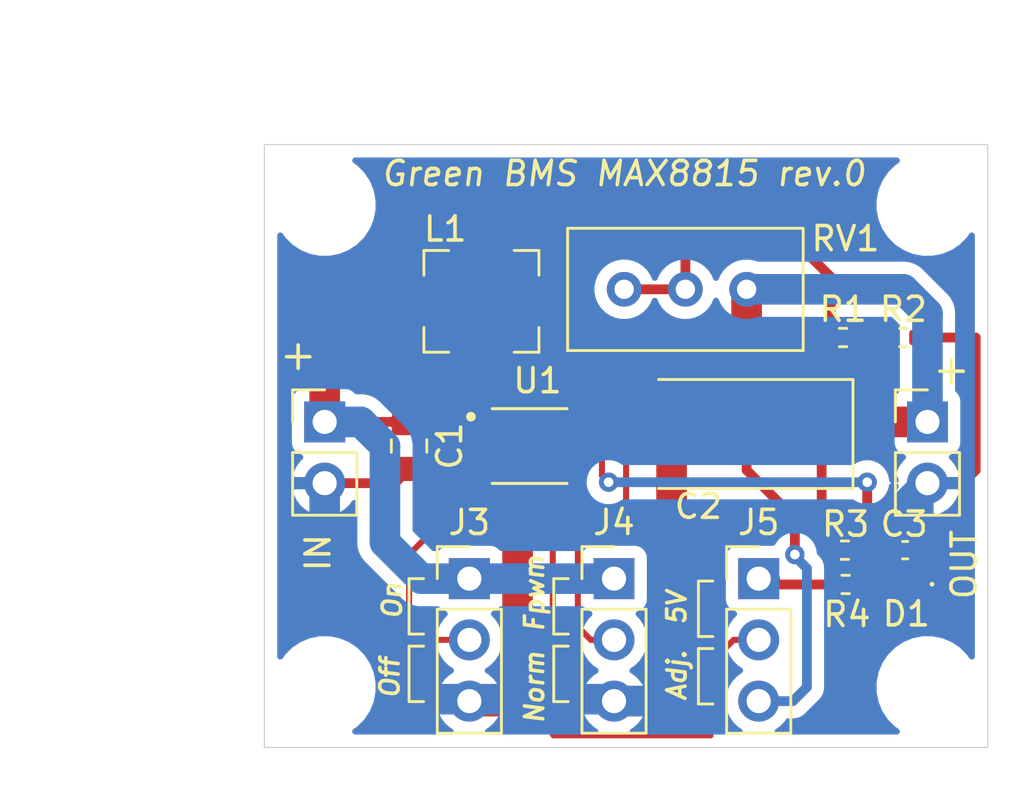
<source format=kicad_pcb>
(kicad_pcb (version 20171130) (host pcbnew "(5.1.9)-1")

  (general
    (thickness 1.6)
    (drawings 33)
    (tracks 124)
    (zones 0)
    (modules 20)
    (nets 12)
  )

  (page A4)
  (layers
    (0 F.Cu signal)
    (31 B.Cu signal)
    (32 B.Adhes user)
    (33 F.Adhes user)
    (34 B.Paste user)
    (35 F.Paste user)
    (36 B.SilkS user)
    (37 F.SilkS user)
    (38 B.Mask user)
    (39 F.Mask user)
    (40 Dwgs.User user)
    (41 Cmts.User user)
    (42 Eco1.User user)
    (43 Eco2.User user)
    (44 Edge.Cuts user)
    (45 Margin user)
    (46 B.CrtYd user)
    (47 F.CrtYd user)
    (48 B.Fab user)
    (49 F.Fab user hide)
  )

  (setup
    (last_trace_width 0.25)
    (user_trace_width 0.4064)
    (user_trace_width 1)
    (user_trace_width 1.27)
    (user_trace_width 1.905)
    (trace_clearance 0.2)
    (zone_clearance 0.508)
    (zone_45_only no)
    (trace_min 0.2)
    (via_size 0.8)
    (via_drill 0.4)
    (via_min_size 0.4)
    (via_min_drill 0.3)
    (uvia_size 0.3)
    (uvia_drill 0.1)
    (uvias_allowed no)
    (uvia_min_size 0.2)
    (uvia_min_drill 0.1)
    (edge_width 0.05)
    (segment_width 0.2)
    (pcb_text_width 0.3)
    (pcb_text_size 1.5 1.5)
    (mod_edge_width 0.12)
    (mod_text_size 1 1)
    (mod_text_width 0.15)
    (pad_size 1.524 1.524)
    (pad_drill 0.762)
    (pad_to_mask_clearance 0)
    (aux_axis_origin 0 0)
    (visible_elements 7FFFFFFF)
    (pcbplotparams
      (layerselection 0x010fc_ffffffff)
      (usegerberextensions false)
      (usegerberattributes true)
      (usegerberadvancedattributes true)
      (creategerberjobfile true)
      (excludeedgelayer true)
      (linewidth 0.100000)
      (plotframeref false)
      (viasonmask false)
      (mode 1)
      (useauxorigin false)
      (hpglpennumber 1)
      (hpglpenspeed 20)
      (hpglpendiameter 15.000000)
      (psnegative false)
      (psa4output false)
      (plotreference true)
      (plotvalue true)
      (plotinvisibletext false)
      (padsonsilk false)
      (subtractmaskfromsilk false)
      (outputformat 1)
      (mirror false)
      (drillshape 0)
      (scaleselection 1)
      (outputdirectory "pick and place/"))
  )

  (net 0 "")
  (net 1 GND)
  (net 2 "Net-(C3-Pad1)")
  (net 3 /Batt)
  (net 4 /out)
  (net 5 "Net-(J3-Pad2)")
  (net 6 "Net-(J4-Pad2)")
  (net 7 "Net-(J5-Pad3)")
  (net 8 /FB)
  (net 9 "Net-(L1-Pad1)")
  (net 10 "Net-(R1-Pad1)")
  (net 11 "Net-(D1-Pad2)")

  (net_class Default "This is the default net class."
    (clearance 0.2)
    (trace_width 0.25)
    (via_dia 0.8)
    (via_drill 0.4)
    (uvia_dia 0.3)
    (uvia_drill 0.1)
    (add_net /Batt)
    (add_net /FB)
    (add_net /out)
    (add_net GND)
    (add_net "Net-(C3-Pad1)")
    (add_net "Net-(D1-Pad2)")
    (add_net "Net-(J3-Pad2)")
    (add_net "Net-(J4-Pad2)")
    (add_net "Net-(J5-Pad3)")
    (add_net "Net-(L1-Pad1)")
    (add_net "Net-(R1-Pad1)")
  )

  (module Resistor_SMD:R_0402_1005Metric (layer F.Cu) (tedit 5F68FEEE) (tstamp 61AECECC)
    (at 136.1059 112.2426)
    (descr "Resistor SMD 0402 (1005 Metric), square (rectangular) end terminal, IPC_7351 nominal, (Body size source: IPC-SM-782 page 72, https://www.pcb-3d.com/wordpress/wp-content/uploads/ipc-sm-782a_amendment_1_and_2.pdf), generated with kicad-footprint-generator")
    (tags resistor)
    (path /61AF425A)
    (attr smd)
    (fp_text reference R4 (at 0.0508 1.2446) (layer F.SilkS)
      (effects (font (size 1 1) (thickness 0.15)))
    )
    (fp_text value 330 (at 0 1.17) (layer F.Fab)
      (effects (font (size 1 1) (thickness 0.15)))
    )
    (fp_line (start -0.525 0.27) (end -0.525 -0.27) (layer F.Fab) (width 0.1))
    (fp_line (start -0.525 -0.27) (end 0.525 -0.27) (layer F.Fab) (width 0.1))
    (fp_line (start 0.525 -0.27) (end 0.525 0.27) (layer F.Fab) (width 0.1))
    (fp_line (start 0.525 0.27) (end -0.525 0.27) (layer F.Fab) (width 0.1))
    (fp_line (start -0.153641 -0.38) (end 0.153641 -0.38) (layer F.SilkS) (width 0.12))
    (fp_line (start -0.153641 0.38) (end 0.153641 0.38) (layer F.SilkS) (width 0.12))
    (fp_line (start -0.93 0.47) (end -0.93 -0.47) (layer F.CrtYd) (width 0.05))
    (fp_line (start -0.93 -0.47) (end 0.93 -0.47) (layer F.CrtYd) (width 0.05))
    (fp_line (start 0.93 -0.47) (end 0.93 0.47) (layer F.CrtYd) (width 0.05))
    (fp_line (start 0.93 0.47) (end -0.93 0.47) (layer F.CrtYd) (width 0.05))
    (fp_text user %R (at 0 0) (layer F.Fab)
      (effects (font (size 0.26 0.26) (thickness 0.04)))
    )
    (pad 2 smd roundrect (at 0.51 0) (size 0.54 0.64) (layers F.Cu F.Paste F.Mask) (roundrect_rratio 0.25)
      (net 11 "Net-(D1-Pad2)"))
    (pad 1 smd roundrect (at -0.51 0) (size 0.54 0.64) (layers F.Cu F.Paste F.Mask) (roundrect_rratio 0.25)
      (net 4 /out))
    (model ${KISYS3DMOD}/Resistor_SMD.3dshapes/R_0402_1005Metric.wrl
      (at (xyz 0 0 0))
      (scale (xyz 1 1 1))
      (rotate (xyz 0 0 0))
    )
  )

  (module LED_SMD:LED_0402_1005Metric (layer F.Cu) (tedit 5F68FEF1) (tstamp 61AECD49)
    (at 138.5951 112.2299 180)
    (descr "LED SMD 0402 (1005 Metric), square (rectangular) end terminal, IPC_7351 nominal, (Body size source: http://www.tortai-tech.com/upload/download/2011102023233369053.pdf), generated with kicad-footprint-generator")
    (tags LED)
    (path /61AF191D)
    (attr smd)
    (fp_text reference D1 (at -0.0254 -1.2319) (layer F.SilkS)
      (effects (font (size 1 1) (thickness 0.15)))
    )
    (fp_text value LED (at 0 1.17) (layer F.Fab)
      (effects (font (size 1 1) (thickness 0.15)))
    )
    (fp_circle (center -1.09 0) (end -1.04 0) (layer F.SilkS) (width 0.1))
    (fp_line (start -0.5 0.25) (end -0.5 -0.25) (layer F.Fab) (width 0.1))
    (fp_line (start -0.5 -0.25) (end 0.5 -0.25) (layer F.Fab) (width 0.1))
    (fp_line (start 0.5 -0.25) (end 0.5 0.25) (layer F.Fab) (width 0.1))
    (fp_line (start 0.5 0.25) (end -0.5 0.25) (layer F.Fab) (width 0.1))
    (fp_line (start -0.4 0.25) (end -0.4 -0.25) (layer F.Fab) (width 0.1))
    (fp_line (start -0.3 0.25) (end -0.3 -0.25) (layer F.Fab) (width 0.1))
    (fp_line (start -0.93 0.47) (end -0.93 -0.47) (layer F.CrtYd) (width 0.05))
    (fp_line (start -0.93 -0.47) (end 0.93 -0.47) (layer F.CrtYd) (width 0.05))
    (fp_line (start 0.93 -0.47) (end 0.93 0.47) (layer F.CrtYd) (width 0.05))
    (fp_line (start 0.93 0.47) (end -0.93 0.47) (layer F.CrtYd) (width 0.05))
    (fp_text user %R (at 0 0) (layer F.Fab)
      (effects (font (size 0.25 0.25) (thickness 0.04)))
    )
    (pad 2 smd roundrect (at 0.485 0 180) (size 0.59 0.64) (layers F.Cu F.Paste F.Mask) (roundrect_rratio 0.25)
      (net 11 "Net-(D1-Pad2)"))
    (pad 1 smd roundrect (at -0.485 0 180) (size 0.59 0.64) (layers F.Cu F.Paste F.Mask) (roundrect_rratio 0.25)
      (net 1 GND))
    (model ${KISYS3DMOD}/LED_SMD.3dshapes/LED_0402_1005Metric.wrl
      (at (xyz 0 0 0))
      (scale (xyz 1 1 1))
      (rotate (xyz 0 0 0))
    )
  )

  (module MountingHole:MountingHole_3.2mm_M3 (layer F.Cu) (tedit 56D1B4CB) (tstamp 61AE9BD1)
    (at 139.5 116.5)
    (descr "Mounting Hole 3.2mm, no annular, M3")
    (tags "mounting hole 3.2mm no annular m3")
    (path /61AF3A6D)
    (attr virtual)
    (fp_text reference J9 (at 0 5) (layer F.SilkS) hide
      (effects (font (size 1 1) (thickness 0.15)))
    )
    (fp_text value Hole (at 0 4.2) (layer F.Fab)
      (effects (font (size 1 1) (thickness 0.15)))
    )
    (fp_circle (center 0 0) (end 3.2 0) (layer Cmts.User) (width 0.15))
    (fp_circle (center 0 0) (end 3.45 0) (layer F.CrtYd) (width 0.05))
    (fp_text user %R (at 0.3 0) (layer F.Fab)
      (effects (font (size 1 1) (thickness 0.15)))
    )
    (pad 1 np_thru_hole circle (at 0 0) (size 3.2 3.2) (drill 3.2) (layers *.Cu *.Mask))
  )

  (module MountingHole:MountingHole_3.2mm_M3 (layer F.Cu) (tedit 56D1B4CB) (tstamp 61AE9C13)
    (at 114.5 116.5)
    (descr "Mounting Hole 3.2mm, no annular, M3")
    (tags "mounting hole 3.2mm no annular m3")
    (path /61AF21E8)
    (attr virtual)
    (fp_text reference J8 (at 0 5) (layer F.SilkS) hide
      (effects (font (size 1 1) (thickness 0.15)))
    )
    (fp_text value Hole (at 0 4.2) (layer F.Fab)
      (effects (font (size 1 1) (thickness 0.15)))
    )
    (fp_circle (center 0 0) (end 3.2 0) (layer Cmts.User) (width 0.15))
    (fp_circle (center 0 0) (end 3.45 0) (layer F.CrtYd) (width 0.05))
    (fp_text user %R (at 0.3 0) (layer F.Fab)
      (effects (font (size 1 1) (thickness 0.15)))
    )
    (pad 1 np_thru_hole circle (at 0 0) (size 3.2 3.2) (drill 3.2) (layers *.Cu *.Mask))
  )

  (module MountingHole:MountingHole_3.2mm_M3 (layer F.Cu) (tedit 56D1B4CB) (tstamp 61AE99B5)
    (at 139.5 96.5)
    (descr "Mounting Hole 3.2mm, no annular, M3")
    (tags "mounting hole 3.2mm no annular m3")
    (path /61AF093B)
    (attr virtual)
    (fp_text reference J7 (at 0 -4.2) (layer F.SilkS) hide
      (effects (font (size 1 1) (thickness 0.15)))
    )
    (fp_text value Hole (at 0 4.2) (layer F.Fab)
      (effects (font (size 1 1) (thickness 0.15)))
    )
    (fp_circle (center 0 0) (end 3.2 0) (layer Cmts.User) (width 0.15))
    (fp_circle (center 0 0) (end 3.45 0) (layer F.CrtYd) (width 0.05))
    (fp_text user %R (at 0.3 0) (layer F.Fab)
      (effects (font (size 1 1) (thickness 0.15)))
    )
    (pad 1 np_thru_hole circle (at 0 0) (size 3.2 3.2) (drill 3.2) (layers *.Cu *.Mask))
  )

  (module MountingHole:MountingHole_3.2mm_M3 (layer F.Cu) (tedit 56D1B4CB) (tstamp 61AE9AED)
    (at 114.5 96.5)
    (descr "Mounting Hole 3.2mm, no annular, M3")
    (tags "mounting hole 3.2mm no annular m3")
    (path /61AEDA6F)
    (attr virtual)
    (fp_text reference J6 (at 0 -4.2) (layer F.SilkS) hide
      (effects (font (size 1 1) (thickness 0.15)))
    )
    (fp_text value Hole (at 0 4.2) (layer F.Fab)
      (effects (font (size 1 1) (thickness 0.15)))
    )
    (fp_circle (center 0 0) (end 3.2 0) (layer Cmts.User) (width 0.15))
    (fp_circle (center 0 0) (end 3.45 0) (layer F.CrtYd) (width 0.05))
    (fp_text user %R (at 0.3 0) (layer F.Fab)
      (effects (font (size 1 1) (thickness 0.15)))
    )
    (pad 1 np_thru_hole circle (at 0 0) (size 3.2 3.2) (drill 3.2) (layers *.Cu *.Mask))
  )

  (module Inductor_SMD:L_Bourns-SRN4018 (layer F.Cu) (tedit 5B471911) (tstamp 61AB9498)
    (at 121 100.5 180)
    (descr "Bourns SRN4018 series SMD inductor, https://www.bourns.com/docs/Product-Datasheets/SRN4018.pdf")
    (tags "Bourns SRN4018 SMD inductor")
    (path /61AD683D)
    (attr smd)
    (fp_text reference L1 (at 1.5 3) (layer F.SilkS)
      (effects (font (size 1 1) (thickness 0.15)))
    )
    (fp_text value 1.2uH (at 0 -3.1) (layer F.Fab)
      (effects (font (size 1 1) (thickness 0.15)))
    )
    (fp_line (start -2.53 -2.25) (end -2.53 2.25) (layer F.CrtYd) (width 0.05))
    (fp_line (start -2.53 2.25) (end 2.53 2.25) (layer F.CrtYd) (width 0.05))
    (fp_line (start 2.53 -2.25) (end 2.53 2.25) (layer F.CrtYd) (width 0.05))
    (fp_line (start -2.53 -2.25) (end 2.53 -2.25) (layer F.CrtYd) (width 0.05))
    (fp_line (start -2.385 2.11) (end -1.36 2.11) (layer F.SilkS) (width 0.12))
    (fp_line (start 2.385 2.11) (end 1.36 2.11) (layer F.SilkS) (width 0.12))
    (fp_line (start -2.385 2.11) (end -2.385 1.085) (layer F.SilkS) (width 0.12))
    (fp_line (start 2.385 2.11) (end 2.385 1.085) (layer F.SilkS) (width 0.12))
    (fp_line (start 2.385 -2.11) (end 2.385 -1.085) (layer F.SilkS) (width 0.12))
    (fp_line (start 2.385 -2.11) (end 1.36 -2.11) (layer F.SilkS) (width 0.12))
    (fp_line (start 2 -2) (end 2 2) (layer F.Fab) (width 0.1))
    (fp_line (start -2 -2) (end -2 2) (layer F.Fab) (width 0.1))
    (fp_line (start -2.385 -2.11) (end -1.36 -2.11) (layer F.SilkS) (width 0.12))
    (fp_line (start -2.385 -2.11) (end -2.385 -1.085) (layer F.SilkS) (width 0.12))
    (fp_line (start -2 -2) (end 2 -2) (layer F.Fab) (width 0.1))
    (fp_line (start 2 2) (end -2 2) (layer F.Fab) (width 0.1))
    (fp_text user %R (at 0 0) (layer F.Fab)
      (effects (font (size 1 1) (thickness 0.15)))
    )
    (pad 2 smd rect (at 1.525 0 180) (size 1.5 3.6) (layers F.Cu F.Paste F.Mask)
      (net 3 /Batt))
    (pad 1 smd rect (at -1.525 0 180) (size 1.5 3.6) (layers F.Cu F.Paste F.Mask)
      (net 9 "Net-(L1-Pad1)"))
    (model ${KISYS3DMOD}/Inductor_SMD.3dshapes/L_Bourns-SRN4018.wrl
      (at (xyz 0 0 0))
      (scale (xyz 1 1 1))
      (rotate (xyz 0 0 0))
    )
  )

  (module Resistor_SMD:R_0402_1005Metric (layer F.Cu) (tedit 5F68FEEE) (tstamp 61AB94A7)
    (at 136 102)
    (descr "Resistor SMD 0402 (1005 Metric), square (rectangular) end terminal, IPC_7351 nominal, (Body size source: IPC-SM-782 page 72, https://www.pcb-3d.com/wordpress/wp-content/uploads/ipc-sm-782a_amendment_1_and_2.pdf), generated with kicad-footprint-generator")
    (tags resistor)
    (path /61BEA54F)
    (attr smd)
    (fp_text reference R1 (at 0 -1.17) (layer F.SilkS)
      (effects (font (size 1 1) (thickness 0.15)))
    )
    (fp_text value 510k (at 0 1.17) (layer F.Fab)
      (effects (font (size 1 1) (thickness 0.15)))
    )
    (fp_line (start 0.93 0.47) (end -0.93 0.47) (layer F.CrtYd) (width 0.05))
    (fp_line (start 0.93 -0.47) (end 0.93 0.47) (layer F.CrtYd) (width 0.05))
    (fp_line (start -0.93 -0.47) (end 0.93 -0.47) (layer F.CrtYd) (width 0.05))
    (fp_line (start -0.93 0.47) (end -0.93 -0.47) (layer F.CrtYd) (width 0.05))
    (fp_line (start -0.153641 0.38) (end 0.153641 0.38) (layer F.SilkS) (width 0.12))
    (fp_line (start -0.153641 -0.38) (end 0.153641 -0.38) (layer F.SilkS) (width 0.12))
    (fp_line (start 0.525 0.27) (end -0.525 0.27) (layer F.Fab) (width 0.1))
    (fp_line (start 0.525 -0.27) (end 0.525 0.27) (layer F.Fab) (width 0.1))
    (fp_line (start -0.525 -0.27) (end 0.525 -0.27) (layer F.Fab) (width 0.1))
    (fp_line (start -0.525 0.27) (end -0.525 -0.27) (layer F.Fab) (width 0.1))
    (fp_text user %R (at 0 0) (layer F.Fab)
      (effects (font (size 0.26 0.26) (thickness 0.04)))
    )
    (pad 2 smd roundrect (at 0.51 0) (size 0.54 0.64) (layers F.Cu F.Paste F.Mask) (roundrect_rratio 0.25)
      (net 7 "Net-(J5-Pad3)"))
    (pad 1 smd roundrect (at -0.51 0) (size 0.54 0.64) (layers F.Cu F.Paste F.Mask) (roundrect_rratio 0.25)
      (net 10 "Net-(R1-Pad1)"))
    (model ${KISYS3DMOD}/Resistor_SMD.3dshapes/R_0402_1005Metric.wrl
      (at (xyz 0 0 0))
      (scale (xyz 1 1 1))
      (rotate (xyz 0 0 0))
    )
  )

  (module Connector_PinHeader_2.54mm:PinHeader_1x03_P2.54mm_Vertical (layer F.Cu) (tedit 59FED5CC) (tstamp 61AE9D94)
    (at 126.5 112)
    (descr "Through hole straight pin header, 1x03, 2.54mm pitch, single row")
    (tags "Through hole pin header THT 1x03 2.54mm single row")
    (path /61B2FBE4)
    (fp_text reference J4 (at 0 -2.33) (layer F.SilkS)
      (effects (font (size 1 1) (thickness 0.15)))
    )
    (fp_text value Mode (at 0 7.41) (layer F.Fab)
      (effects (font (size 1 1) (thickness 0.15)))
    )
    (fp_line (start 1.8 -1.8) (end -1.8 -1.8) (layer F.CrtYd) (width 0.05))
    (fp_line (start 1.8 6.85) (end 1.8 -1.8) (layer F.CrtYd) (width 0.05))
    (fp_line (start -1.8 6.85) (end 1.8 6.85) (layer F.CrtYd) (width 0.05))
    (fp_line (start -1.8 -1.8) (end -1.8 6.85) (layer F.CrtYd) (width 0.05))
    (fp_line (start -1.33 -1.33) (end 0 -1.33) (layer F.SilkS) (width 0.12))
    (fp_line (start -1.33 0) (end -1.33 -1.33) (layer F.SilkS) (width 0.12))
    (fp_line (start -1.33 1.27) (end 1.33 1.27) (layer F.SilkS) (width 0.12))
    (fp_line (start 1.33 1.27) (end 1.33 6.41) (layer F.SilkS) (width 0.12))
    (fp_line (start -1.33 1.27) (end -1.33 6.41) (layer F.SilkS) (width 0.12))
    (fp_line (start -1.33 6.41) (end 1.33 6.41) (layer F.SilkS) (width 0.12))
    (fp_line (start -1.27 -0.635) (end -0.635 -1.27) (layer F.Fab) (width 0.1))
    (fp_line (start -1.27 6.35) (end -1.27 -0.635) (layer F.Fab) (width 0.1))
    (fp_line (start 1.27 6.35) (end -1.27 6.35) (layer F.Fab) (width 0.1))
    (fp_line (start 1.27 -1.27) (end 1.27 6.35) (layer F.Fab) (width 0.1))
    (fp_line (start -0.635 -1.27) (end 1.27 -1.27) (layer F.Fab) (width 0.1))
    (fp_text user %R (at 0 2.54 90) (layer F.Fab)
      (effects (font (size 1 1) (thickness 0.15)))
    )
    (pad 3 thru_hole oval (at 0 5.08) (size 1.7 1.7) (drill 1) (layers *.Cu *.Mask)
      (net 1 GND))
    (pad 2 thru_hole oval (at 0 2.54) (size 1.7 1.7) (drill 1) (layers *.Cu *.Mask)
      (net 6 "Net-(J4-Pad2)"))
    (pad 1 thru_hole rect (at 0 0) (size 1.7 1.7) (drill 1) (layers *.Cu *.Mask)
      (net 3 /Batt))
    (model ${KISYS3DMOD}/Connector_PinHeader_2.54mm.3dshapes/PinHeader_1x03_P2.54mm_Vertical.wrl
      (at (xyz 0 0 0))
      (scale (xyz 1 1 1))
      (rotate (xyz 0 0 0))
    )
  )

  (module Connector_PinHeader_2.54mm:PinHeader_1x03_P2.54mm_Vertical (layer F.Cu) (tedit 59FED5CC) (tstamp 61AE9D52)
    (at 120.5 112)
    (descr "Through hole straight pin header, 1x03, 2.54mm pitch, single row")
    (tags "Through hole pin header THT 1x03 2.54mm single row")
    (path /61AFF2C6)
    (fp_text reference J3 (at 0 -2.33) (layer F.SilkS)
      (effects (font (size 1 1) (thickness 0.15)))
    )
    (fp_text value ON (at 0 7.41) (layer F.Fab)
      (effects (font (size 1 1) (thickness 0.15)))
    )
    (fp_line (start 1.8 -1.8) (end -1.8 -1.8) (layer F.CrtYd) (width 0.05))
    (fp_line (start 1.8 6.85) (end 1.8 -1.8) (layer F.CrtYd) (width 0.05))
    (fp_line (start -1.8 6.85) (end 1.8 6.85) (layer F.CrtYd) (width 0.05))
    (fp_line (start -1.8 -1.8) (end -1.8 6.85) (layer F.CrtYd) (width 0.05))
    (fp_line (start -1.33 -1.33) (end 0 -1.33) (layer F.SilkS) (width 0.12))
    (fp_line (start -1.33 0) (end -1.33 -1.33) (layer F.SilkS) (width 0.12))
    (fp_line (start -1.33 1.27) (end 1.33 1.27) (layer F.SilkS) (width 0.12))
    (fp_line (start 1.33 1.27) (end 1.33 6.41) (layer F.SilkS) (width 0.12))
    (fp_line (start -1.33 1.27) (end -1.33 6.41) (layer F.SilkS) (width 0.12))
    (fp_line (start -1.33 6.41) (end 1.33 6.41) (layer F.SilkS) (width 0.12))
    (fp_line (start -1.27 -0.635) (end -0.635 -1.27) (layer F.Fab) (width 0.1))
    (fp_line (start -1.27 6.35) (end -1.27 -0.635) (layer F.Fab) (width 0.1))
    (fp_line (start 1.27 6.35) (end -1.27 6.35) (layer F.Fab) (width 0.1))
    (fp_line (start 1.27 -1.27) (end 1.27 6.35) (layer F.Fab) (width 0.1))
    (fp_line (start -0.635 -1.27) (end 1.27 -1.27) (layer F.Fab) (width 0.1))
    (fp_text user %R (at 0 2.54 90) (layer F.Fab)
      (effects (font (size 1 1) (thickness 0.15)))
    )
    (pad 3 thru_hole oval (at 0 5.08) (size 1.7 1.7) (drill 1) (layers *.Cu *.Mask)
      (net 1 GND))
    (pad 2 thru_hole oval (at 0 2.54) (size 1.7 1.7) (drill 1) (layers *.Cu *.Mask)
      (net 5 "Net-(J3-Pad2)"))
    (pad 1 thru_hole rect (at 0 0) (size 1.7 1.7) (drill 1) (layers *.Cu *.Mask)
      (net 3 /Batt))
    (model ${KISYS3DMOD}/Connector_PinHeader_2.54mm.3dshapes/PinHeader_1x03_P2.54mm_Vertical.wrl
      (at (xyz 0 0 0))
      (scale (xyz 1 1 1))
      (rotate (xyz 0 0 0))
    )
  )

  (module Connector_PinHeader_2.54mm:PinHeader_1x02_P2.54mm_Vertical (layer F.Cu) (tedit 59FED5CC) (tstamp 61AB945A)
    (at 139.5 105.5)
    (descr "Through hole straight pin header, 1x02, 2.54mm pitch, single row")
    (tags "Through hole pin header THT 1x02 2.54mm single row")
    (path /61B16B98)
    (fp_text reference OUT (at 1.5208 5.9171 270) (layer F.SilkS)
      (effects (font (size 1 1) (thickness 0.15)))
    )
    (fp_text value OUT (at 0 4.87) (layer F.Fab)
      (effects (font (size 1 1) (thickness 0.15)))
    )
    (fp_line (start 1.8 -1.8) (end -1.8 -1.8) (layer F.CrtYd) (width 0.05))
    (fp_line (start 1.8 4.35) (end 1.8 -1.8) (layer F.CrtYd) (width 0.05))
    (fp_line (start -1.8 4.35) (end 1.8 4.35) (layer F.CrtYd) (width 0.05))
    (fp_line (start -1.8 -1.8) (end -1.8 4.35) (layer F.CrtYd) (width 0.05))
    (fp_line (start -1.33 -1.33) (end 0 -1.33) (layer F.SilkS) (width 0.12))
    (fp_line (start -1.33 0) (end -1.33 -1.33) (layer F.SilkS) (width 0.12))
    (fp_line (start -1.33 1.27) (end 1.33 1.27) (layer F.SilkS) (width 0.12))
    (fp_line (start 1.33 1.27) (end 1.33 3.87) (layer F.SilkS) (width 0.12))
    (fp_line (start -1.33 1.27) (end -1.33 3.87) (layer F.SilkS) (width 0.12))
    (fp_line (start -1.33 3.87) (end 1.33 3.87) (layer F.SilkS) (width 0.12))
    (fp_line (start -1.27 -0.635) (end -0.635 -1.27) (layer F.Fab) (width 0.1))
    (fp_line (start -1.27 3.81) (end -1.27 -0.635) (layer F.Fab) (width 0.1))
    (fp_line (start 1.27 3.81) (end -1.27 3.81) (layer F.Fab) (width 0.1))
    (fp_line (start 1.27 -1.27) (end 1.27 3.81) (layer F.Fab) (width 0.1))
    (fp_line (start -0.635 -1.27) (end 1.27 -1.27) (layer F.Fab) (width 0.1))
    (fp_text user %R (at 0 1.27 90) (layer F.Fab)
      (effects (font (size 1 1) (thickness 0.15)))
    )
    (pad 2 thru_hole oval (at 0 2.54) (size 1.7 1.7) (drill 1) (layers *.Cu *.Mask)
      (net 1 GND))
    (pad 1 thru_hole rect (at 0 0) (size 1.7 1.7) (drill 1) (layers *.Cu *.Mask)
      (net 4 /out))
    (model ${KISYS3DMOD}/Connector_PinHeader_2.54mm.3dshapes/PinHeader_1x02_P2.54mm_Vertical.wrl
      (at (xyz 0 0 0))
      (scale (xyz 1 1 1))
      (rotate (xyz 0 0 0))
    )
  )

  (module Capacitor_SMD:C_0402_1005Metric (layer F.Cu) (tedit 5F68FEEE) (tstamp 61AB96CF)
    (at 138.5762 110.8189)
    (descr "Capacitor SMD 0402 (1005 Metric), square (rectangular) end terminal, IPC_7351 nominal, (Body size source: IPC-SM-782 page 76, https://www.pcb-3d.com/wordpress/wp-content/uploads/ipc-sm-782a_amendment_1_and_2.pdf), generated with kicad-footprint-generator")
    (tags capacitor)
    (path /61B3C009)
    (attr smd)
    (fp_text reference C3 (at -0.0446 -1.0782) (layer F.SilkS)
      (effects (font (size 1 1) (thickness 0.15)))
    )
    (fp_text value 100nF (at 0 1.16) (layer F.Fab)
      (effects (font (size 1 1) (thickness 0.15)))
    )
    (fp_line (start 0.91 0.46) (end -0.91 0.46) (layer F.CrtYd) (width 0.05))
    (fp_line (start 0.91 -0.46) (end 0.91 0.46) (layer F.CrtYd) (width 0.05))
    (fp_line (start -0.91 -0.46) (end 0.91 -0.46) (layer F.CrtYd) (width 0.05))
    (fp_line (start -0.91 0.46) (end -0.91 -0.46) (layer F.CrtYd) (width 0.05))
    (fp_line (start -0.107836 0.36) (end 0.107836 0.36) (layer F.SilkS) (width 0.12))
    (fp_line (start -0.107836 -0.36) (end 0.107836 -0.36) (layer F.SilkS) (width 0.12))
    (fp_line (start 0.5 0.25) (end -0.5 0.25) (layer F.Fab) (width 0.1))
    (fp_line (start 0.5 -0.25) (end 0.5 0.25) (layer F.Fab) (width 0.1))
    (fp_line (start -0.5 -0.25) (end 0.5 -0.25) (layer F.Fab) (width 0.1))
    (fp_line (start -0.5 0.25) (end -0.5 -0.25) (layer F.Fab) (width 0.1))
    (fp_text user %R (at 0 0) (layer F.Fab)
      (effects (font (size 0.25 0.25) (thickness 0.04)))
    )
    (pad 2 smd roundrect (at 0.48 0) (size 0.56 0.62) (layers F.Cu F.Paste F.Mask) (roundrect_rratio 0.25)
      (net 1 GND))
    (pad 1 smd roundrect (at -0.48 0) (size 0.56 0.62) (layers F.Cu F.Paste F.Mask) (roundrect_rratio 0.25)
      (net 2 "Net-(C3-Pad1)"))
    (model ${KISYS3DMOD}/Capacitor_SMD.3dshapes/C_0402_1005Metric.wrl
      (at (xyz 0 0 0))
      (scale (xyz 1 1 1))
      (rotate (xyz 0 0 0))
    )
  )

  (module Capacitor_Tantalum_SMD:CP_EIA-7343-20_Kemet-V (layer F.Cu) (tedit 5EBA9318) (tstamp 61AB941A)
    (at 132 106 180)
    (descr "Tantalum Capacitor SMD Kemet-V (7343-20 Metric), IPC_7351 nominal, (Body size from: http://www.kemet.com/Lists/ProductCatalog/Attachments/253/KEM_TC101_STD.pdf), generated with kicad-footprint-generator")
    (tags "capacitor tantalum")
    (path /61B6EBAB)
    (attr smd)
    (fp_text reference C2 (at 2 -3) (layer F.SilkS)
      (effects (font (size 1 1) (thickness 0.15)))
    )
    (fp_text value 22uF (at 0 3.1) (layer F.Fab)
      (effects (font (size 1 1) (thickness 0.15)))
    )
    (fp_line (start 4.4 2.4) (end -4.4 2.4) (layer F.CrtYd) (width 0.05))
    (fp_line (start 4.4 -2.4) (end 4.4 2.4) (layer F.CrtYd) (width 0.05))
    (fp_line (start -4.4 -2.4) (end 4.4 -2.4) (layer F.CrtYd) (width 0.05))
    (fp_line (start -4.4 2.4) (end -4.4 -2.4) (layer F.CrtYd) (width 0.05))
    (fp_line (start -4.41 2.26) (end 3.65 2.26) (layer F.SilkS) (width 0.12))
    (fp_line (start -4.41 -2.26) (end -4.41 2.26) (layer F.SilkS) (width 0.12))
    (fp_line (start 3.65 -2.26) (end -4.41 -2.26) (layer F.SilkS) (width 0.12))
    (fp_line (start 3.65 2.15) (end 3.65 -2.15) (layer F.Fab) (width 0.1))
    (fp_line (start -3.65 2.15) (end 3.65 2.15) (layer F.Fab) (width 0.1))
    (fp_line (start -3.65 -1.15) (end -3.65 2.15) (layer F.Fab) (width 0.1))
    (fp_line (start -2.65 -2.15) (end -3.65 -1.15) (layer F.Fab) (width 0.1))
    (fp_line (start 3.65 -2.15) (end -2.65 -2.15) (layer F.Fab) (width 0.1))
    (fp_text user %R (at 0 0) (layer F.Fab)
      (effects (font (size 1 1) (thickness 0.15)))
    )
    (pad 2 smd roundrect (at 3.1125 0 180) (size 2.075 2.55) (layers F.Cu F.Paste F.Mask) (roundrect_rratio 0.1204819277108434)
      (net 1 GND))
    (pad 1 smd roundrect (at -3.1125 0 180) (size 2.075 2.55) (layers F.Cu F.Paste F.Mask) (roundrect_rratio 0.1204819277108434)
      (net 4 /out))
    (model ${KISYS3DMOD}/Capacitor_Tantalum_SMD.3dshapes/CP_EIA-7343-20_Kemet-V.wrl
      (at (xyz 0 0 0))
      (scale (xyz 1 1 1))
      (rotate (xyz 0 0 0))
    )
  )

  (module Capacitor_SMD:C_0805_2012Metric (layer F.Cu) (tedit 5F68FEEE) (tstamp 61AB9396)
    (at 118 106.5 270)
    (descr "Capacitor SMD 0805 (2012 Metric), square (rectangular) end terminal, IPC_7351 nominal, (Body size source: IPC-SM-782 page 76, https://www.pcb-3d.com/wordpress/wp-content/uploads/ipc-sm-782a_amendment_1_and_2.pdf, https://docs.google.com/spreadsheets/d/1BsfQQcO9C6DZCsRaXUlFlo91Tg2WpOkGARC1WS5S8t0/edit?usp=sharing), generated with kicad-footprint-generator")
    (tags capacitor)
    (path /61C93A98)
    (attr smd)
    (fp_text reference C1 (at 0 -1.68 90) (layer F.SilkS)
      (effects (font (size 1 1) (thickness 0.15)))
    )
    (fp_text value 10uF (at 0 1.68 90) (layer F.Fab)
      (effects (font (size 1 1) (thickness 0.15)))
    )
    (fp_line (start 1.7 0.98) (end -1.7 0.98) (layer F.CrtYd) (width 0.05))
    (fp_line (start 1.7 -0.98) (end 1.7 0.98) (layer F.CrtYd) (width 0.05))
    (fp_line (start -1.7 -0.98) (end 1.7 -0.98) (layer F.CrtYd) (width 0.05))
    (fp_line (start -1.7 0.98) (end -1.7 -0.98) (layer F.CrtYd) (width 0.05))
    (fp_line (start -0.261252 0.735) (end 0.261252 0.735) (layer F.SilkS) (width 0.12))
    (fp_line (start -0.261252 -0.735) (end 0.261252 -0.735) (layer F.SilkS) (width 0.12))
    (fp_line (start 1 0.625) (end -1 0.625) (layer F.Fab) (width 0.1))
    (fp_line (start 1 -0.625) (end 1 0.625) (layer F.Fab) (width 0.1))
    (fp_line (start -1 -0.625) (end 1 -0.625) (layer F.Fab) (width 0.1))
    (fp_line (start -1 0.625) (end -1 -0.625) (layer F.Fab) (width 0.1))
    (fp_text user %R (at 0 0 90) (layer F.Fab)
      (effects (font (size 0.5 0.5) (thickness 0.08)))
    )
    (pad 2 smd roundrect (at 0.95 0 270) (size 1 1.45) (layers F.Cu F.Paste F.Mask) (roundrect_rratio 0.25)
      (net 1 GND))
    (pad 1 smd roundrect (at -0.95 0 270) (size 1 1.45) (layers F.Cu F.Paste F.Mask) (roundrect_rratio 0.25)
      (net 3 /Batt))
    (model ${KISYS3DMOD}/Capacitor_SMD.3dshapes/C_0805_2012Metric.wrl
      (at (xyz 0 0 0))
      (scale (xyz 1 1 1))
      (rotate (xyz 0 0 0))
    )
  )

  (module max8815:DFN300X300X80-11N (layer F.Cu) (tedit 61AC6A9D) (tstamp 61AD6269)
    (at 123 106.5)
    (descr "Standalone OCV Based Fuel Gauge 10-Pin TDFN EP")
    (path /61AC7F56)
    (attr smd)
    (fp_text reference U1 (at 0.32685 -2.70847) (layer F.SilkS)
      (effects (font (size 1 1) (thickness 0.15)))
    )
    (fp_text value MAX8815AETB+ (at 7.94685 2.53692) (layer F.Fab)
      (effects (font (size 1 1) (thickness 0.15)))
    )
    (fp_poly (pts (xy -0.474 -0.727) (xy 0.474 -0.727) (xy 0.474 0.727) (xy -0.474 0.727)) (layer F.Paste) (width 0.01))
    (fp_line (start -2.12 1.8) (end -2.12 -1.8) (layer F.CrtYd) (width 0.05))
    (fp_line (start 2.12 1.8) (end -2.12 1.8) (layer F.CrtYd) (width 0.05))
    (fp_line (start 2.12 -1.8) (end 2.12 1.8) (layer F.CrtYd) (width 0.05))
    (fp_line (start -2.12 -1.8) (end 2.12 -1.8) (layer F.CrtYd) (width 0.05))
    (fp_circle (center -2.436 -1.216) (end -2.336 -1.216) (layer F.Fab) (width 0.2))
    (fp_circle (center -2.436 -1.216) (end -2.336 -1.216) (layer F.SilkS) (width 0.2))
    (fp_line (start -1.55 -1.55) (end -1.55 1.55) (layer F.Fab) (width 0.127))
    (fp_line (start 1.55 -1.55) (end -1.55 -1.55) (layer F.Fab) (width 0.127))
    (fp_line (start 1.55 1.55) (end 1.55 -1.55) (layer F.Fab) (width 0.127))
    (fp_line (start -1.55 1.55) (end 1.55 1.55) (layer F.Fab) (width 0.127))
    (fp_line (start 1.55 -1.55) (end -1.55 -1.55) (layer F.SilkS) (width 0.127))
    (fp_line (start -1.55 1.55) (end 1.55 1.55) (layer F.SilkS) (width 0.127))
    (pad 11 smd rect (at 0 0) (size 1.5 2.3) (layers F.Cu F.Mask)
      (net 1 GND))
    (pad 10 smd rect (at 1.485 -1) (size 0.76 0.27) (layers F.Cu F.Paste F.Mask)
      (net 4 /out))
    (pad 9 smd rect (at 1.485 -0.5) (size 0.76 0.27) (layers F.Cu F.Paste F.Mask)
      (net 4 /out))
    (pad 8 smd rect (at 1.485 0) (size 0.76 0.27) (layers F.Cu F.Paste F.Mask)
      (net 6 "Net-(J4-Pad2)"))
    (pad 7 smd rect (at 1.485 0.5) (size 0.76 0.27) (layers F.Cu F.Paste F.Mask)
      (net 2 "Net-(C3-Pad1)"))
    (pad 6 smd rect (at 1.485 1) (size 0.76 0.27) (layers F.Cu F.Paste F.Mask)
      (net 8 /FB))
    (pad 5 smd rect (at -1.485 1) (size 0.76 0.27) (layers F.Cu F.Paste F.Mask)
      (net 1 GND))
    (pad 4 smd rect (at -1.485 0.5) (size 0.76 0.27) (layers F.Cu F.Paste F.Mask)
      (net 5 "Net-(J3-Pad2)"))
    (pad 3 smd rect (at -1.485 0) (size 0.76 0.27) (layers F.Cu F.Paste F.Mask)
      (net 3 /Batt))
    (pad 2 smd rect (at -1.485 -0.5) (size 0.76 0.27) (layers F.Cu F.Paste F.Mask)
      (net 9 "Net-(L1-Pad1)"))
    (pad 1 smd rect (at -1.485 -1) (size 0.76 0.27) (layers F.Cu F.Paste F.Mask)
      (net 9 "Net-(L1-Pad1)"))
  )

  (module Potentiometer_THT:Potentiometer_Bourns_3296W_Vertical (layer F.Cu) (tedit 5A3D4994) (tstamp 61AD624D)
    (at 132 100)
    (descr "Potentiometer, vertical, Bourns 3296W, https://www.bourns.com/pdfs/3296.pdf")
    (tags "Potentiometer vertical Bourns 3296W")
    (path /61BA2504)
    (fp_text reference RV1 (at 4.1 -2.1) (layer F.SilkS)
      (effects (font (size 1 1) (thickness 0.15)))
    )
    (fp_text value 500k (at -2.54 3.67) (layer F.Fab)
      (effects (font (size 1 1) (thickness 0.15)))
    )
    (fp_line (start 2.5 -2.7) (end -7.6 -2.7) (layer F.CrtYd) (width 0.05))
    (fp_line (start 2.5 2.7) (end 2.5 -2.7) (layer F.CrtYd) (width 0.05))
    (fp_line (start -7.6 2.7) (end 2.5 2.7) (layer F.CrtYd) (width 0.05))
    (fp_line (start -7.6 -2.7) (end -7.6 2.7) (layer F.CrtYd) (width 0.05))
    (fp_line (start 2.345 -2.53) (end 2.345 2.54) (layer F.SilkS) (width 0.12))
    (fp_line (start -7.425 -2.53) (end -7.425 2.54) (layer F.SilkS) (width 0.12))
    (fp_line (start -7.425 2.54) (end 2.345 2.54) (layer F.SilkS) (width 0.12))
    (fp_line (start -7.425 -2.53) (end 2.345 -2.53) (layer F.SilkS) (width 0.12))
    (fp_line (start 0.955 2.235) (end 0.956 0.066) (layer F.Fab) (width 0.1))
    (fp_line (start 0.955 2.235) (end 0.956 0.066) (layer F.Fab) (width 0.1))
    (fp_line (start 2.225 -2.41) (end -7.305 -2.41) (layer F.Fab) (width 0.1))
    (fp_line (start 2.225 2.42) (end 2.225 -2.41) (layer F.Fab) (width 0.1))
    (fp_line (start -7.305 2.42) (end 2.225 2.42) (layer F.Fab) (width 0.1))
    (fp_line (start -7.305 -2.41) (end -7.305 2.42) (layer F.Fab) (width 0.1))
    (fp_circle (center 0.955 1.15) (end 2.05 1.15) (layer F.Fab) (width 0.1))
    (fp_text user %R (at -3.175 0.005) (layer F.Fab)
      (effects (font (size 1 1) (thickness 0.15)))
    )
    (pad 3 thru_hole circle (at -5.08 0) (size 1.44 1.44) (drill 0.8) (layers *.Cu *.Mask)
      (net 10 "Net-(R1-Pad1)"))
    (pad 2 thru_hole circle (at -2.54 0) (size 1.44 1.44) (drill 0.8) (layers *.Cu *.Mask)
      (net 10 "Net-(R1-Pad1)"))
    (pad 1 thru_hole circle (at 0 0) (size 1.44 1.44) (drill 0.8) (layers *.Cu *.Mask)
      (net 4 /out))
    (model ${KISYS3DMOD}/Potentiometer_THT.3dshapes/Potentiometer_Bourns_3296W_Vertical.wrl
      (at (xyz 0 0 0))
      (scale (xyz 1 1 1))
      (rotate (xyz 0 0 0))
    )
  )

  (module Resistor_SMD:R_0402_1005Metric (layer F.Cu) (tedit 5F68FEEE) (tstamp 61AD6236)
    (at 136.0762 110.8189 180)
    (descr "Resistor SMD 0402 (1005 Metric), square (rectangular) end terminal, IPC_7351 nominal, (Body size source: IPC-SM-782 page 72, https://www.pcb-3d.com/wordpress/wp-content/uploads/ipc-sm-782a_amendment_1_and_2.pdf), generated with kicad-footprint-generator")
    (tags resistor)
    (path /61B5952A)
    (attr smd)
    (fp_text reference R3 (at -0.0297 1.0782) (layer F.SilkS)
      (effects (font (size 1 1) (thickness 0.15)))
    )
    (fp_text value 100 (at 0 1.17) (layer F.Fab)
      (effects (font (size 1 1) (thickness 0.15)))
    )
    (fp_line (start 0.93 0.47) (end -0.93 0.47) (layer F.CrtYd) (width 0.05))
    (fp_line (start 0.93 -0.47) (end 0.93 0.47) (layer F.CrtYd) (width 0.05))
    (fp_line (start -0.93 -0.47) (end 0.93 -0.47) (layer F.CrtYd) (width 0.05))
    (fp_line (start -0.93 0.47) (end -0.93 -0.47) (layer F.CrtYd) (width 0.05))
    (fp_line (start -0.153641 0.38) (end 0.153641 0.38) (layer F.SilkS) (width 0.12))
    (fp_line (start -0.153641 -0.38) (end 0.153641 -0.38) (layer F.SilkS) (width 0.12))
    (fp_line (start 0.525 0.27) (end -0.525 0.27) (layer F.Fab) (width 0.1))
    (fp_line (start 0.525 -0.27) (end 0.525 0.27) (layer F.Fab) (width 0.1))
    (fp_line (start -0.525 -0.27) (end 0.525 -0.27) (layer F.Fab) (width 0.1))
    (fp_line (start -0.525 0.27) (end -0.525 -0.27) (layer F.Fab) (width 0.1))
    (fp_text user %R (at 0 0) (layer F.Fab)
      (effects (font (size 0.26 0.26) (thickness 0.04)))
    )
    (pad 2 smd roundrect (at 0.51 0 180) (size 0.54 0.64) (layers F.Cu F.Paste F.Mask) (roundrect_rratio 0.25)
      (net 4 /out))
    (pad 1 smd roundrect (at -0.51 0 180) (size 0.54 0.64) (layers F.Cu F.Paste F.Mask) (roundrect_rratio 0.25)
      (net 2 "Net-(C3-Pad1)"))
    (model ${KISYS3DMOD}/Resistor_SMD.3dshapes/R_0402_1005Metric.wrl
      (at (xyz 0 0 0))
      (scale (xyz 1 1 1))
      (rotate (xyz 0 0 0))
    )
  )

  (module Resistor_SMD:R_0402_1005Metric (layer F.Cu) (tedit 5F68FEEE) (tstamp 61AD6225)
    (at 138.5 102)
    (descr "Resistor SMD 0402 (1005 Metric), square (rectangular) end terminal, IPC_7351 nominal, (Body size source: IPC-SM-782 page 72, https://www.pcb-3d.com/wordpress/wp-content/uploads/ipc-sm-782a_amendment_1_and_2.pdf), generated with kicad-footprint-generator")
    (tags resistor)
    (path /61B8AD1A)
    (attr smd)
    (fp_text reference R2 (at 0 -1.17) (layer F.SilkS)
      (effects (font (size 1 1) (thickness 0.15)))
    )
    (fp_text value 330k (at 0 1.17) (layer F.Fab)
      (effects (font (size 1 1) (thickness 0.15)))
    )
    (fp_line (start 0.93 0.47) (end -0.93 0.47) (layer F.CrtYd) (width 0.05))
    (fp_line (start 0.93 -0.47) (end 0.93 0.47) (layer F.CrtYd) (width 0.05))
    (fp_line (start -0.93 -0.47) (end 0.93 -0.47) (layer F.CrtYd) (width 0.05))
    (fp_line (start -0.93 0.47) (end -0.93 -0.47) (layer F.CrtYd) (width 0.05))
    (fp_line (start -0.153641 0.38) (end 0.153641 0.38) (layer F.SilkS) (width 0.12))
    (fp_line (start -0.153641 -0.38) (end 0.153641 -0.38) (layer F.SilkS) (width 0.12))
    (fp_line (start 0.525 0.27) (end -0.525 0.27) (layer F.Fab) (width 0.1))
    (fp_line (start 0.525 -0.27) (end 0.525 0.27) (layer F.Fab) (width 0.1))
    (fp_line (start -0.525 -0.27) (end 0.525 -0.27) (layer F.Fab) (width 0.1))
    (fp_line (start -0.525 0.27) (end -0.525 -0.27) (layer F.Fab) (width 0.1))
    (fp_text user %R (at 0 0) (layer F.Fab)
      (effects (font (size 0.26 0.26) (thickness 0.04)))
    )
    (pad 2 smd roundrect (at 0.51 0) (size 0.54 0.64) (layers F.Cu F.Paste F.Mask) (roundrect_rratio 0.25)
      (net 1 GND))
    (pad 1 smd roundrect (at -0.51 0) (size 0.54 0.64) (layers F.Cu F.Paste F.Mask) (roundrect_rratio 0.25)
      (net 7 "Net-(J5-Pad3)"))
    (model ${KISYS3DMOD}/Resistor_SMD.3dshapes/R_0402_1005Metric.wrl
      (at (xyz 0 0 0))
      (scale (xyz 1 1 1))
      (rotate (xyz 0 0 0))
    )
  )

  (module Connector_PinHeader_2.54mm:PinHeader_1x03_P2.54mm_Vertical (layer F.Cu) (tedit 59FED5CC) (tstamp 61AE9D10)
    (at 132.5 112)
    (descr "Through hole straight pin header, 1x03, 2.54mm pitch, single row")
    (tags "Through hole pin header THT 1x03 2.54mm single row")
    (path /61C17ACB)
    (fp_text reference J5 (at 0 -2.33) (layer F.SilkS)
      (effects (font (size 1 1) (thickness 0.15)))
    )
    (fp_text value TYPE (at 0 7.41) (layer F.Fab)
      (effects (font (size 1 1) (thickness 0.15)))
    )
    (fp_line (start 1.8 -1.8) (end -1.8 -1.8) (layer F.CrtYd) (width 0.05))
    (fp_line (start 1.8 6.85) (end 1.8 -1.8) (layer F.CrtYd) (width 0.05))
    (fp_line (start -1.8 6.85) (end 1.8 6.85) (layer F.CrtYd) (width 0.05))
    (fp_line (start -1.8 -1.8) (end -1.8 6.85) (layer F.CrtYd) (width 0.05))
    (fp_line (start -1.33 -1.33) (end 0 -1.33) (layer F.SilkS) (width 0.12))
    (fp_line (start -1.33 0) (end -1.33 -1.33) (layer F.SilkS) (width 0.12))
    (fp_line (start -1.33 1.27) (end 1.33 1.27) (layer F.SilkS) (width 0.12))
    (fp_line (start 1.33 1.27) (end 1.33 6.41) (layer F.SilkS) (width 0.12))
    (fp_line (start -1.33 1.27) (end -1.33 6.41) (layer F.SilkS) (width 0.12))
    (fp_line (start -1.33 6.41) (end 1.33 6.41) (layer F.SilkS) (width 0.12))
    (fp_line (start -1.27 -0.635) (end -0.635 -1.27) (layer F.Fab) (width 0.1))
    (fp_line (start -1.27 6.35) (end -1.27 -0.635) (layer F.Fab) (width 0.1))
    (fp_line (start 1.27 6.35) (end -1.27 6.35) (layer F.Fab) (width 0.1))
    (fp_line (start 1.27 -1.27) (end 1.27 6.35) (layer F.Fab) (width 0.1))
    (fp_line (start -0.635 -1.27) (end 1.27 -1.27) (layer F.Fab) (width 0.1))
    (fp_text user %R (at 0 2.54 90) (layer F.Fab)
      (effects (font (size 1 1) (thickness 0.15)))
    )
    (pad 3 thru_hole oval (at 0 5.08) (size 1.7 1.7) (drill 1) (layers *.Cu *.Mask)
      (net 7 "Net-(J5-Pad3)"))
    (pad 2 thru_hole oval (at 0 2.54) (size 1.7 1.7) (drill 1) (layers *.Cu *.Mask)
      (net 8 /FB))
    (pad 1 thru_hole rect (at 0 0) (size 1.7 1.7) (drill 1) (layers *.Cu *.Mask)
      (net 4 /out))
    (model ${KISYS3DMOD}/Connector_PinHeader_2.54mm.3dshapes/PinHeader_1x03_P2.54mm_Vertical.wrl
      (at (xyz 0 0 0))
      (scale (xyz 1 1 1))
      (rotate (xyz 0 0 0))
    )
  )

  (module Connector_PinHeader_2.54mm:PinHeader_1x02_P2.54mm_Vertical (layer F.Cu) (tedit 59FED5CC) (tstamp 61AB9799)
    (at 114.5 105.5)
    (descr "Through hole straight pin header, 1x02, 2.54mm pitch, single row")
    (tags "Through hole pin header THT 1x02 2.54mm single row")
    (path /61ACE256)
    (fp_text reference IN (at -0.2762 5.4218 90) (layer F.SilkS)
      (effects (font (size 1 1) (thickness 0.15)))
    )
    (fp_text value IN (at 0 4.87) (layer F.Fab)
      (effects (font (size 1 1) (thickness 0.15)))
    )
    (fp_line (start -0.635 -1.27) (end 1.27 -1.27) (layer F.Fab) (width 0.1))
    (fp_line (start 1.27 -1.27) (end 1.27 3.81) (layer F.Fab) (width 0.1))
    (fp_line (start 1.27 3.81) (end -1.27 3.81) (layer F.Fab) (width 0.1))
    (fp_line (start -1.27 3.81) (end -1.27 -0.635) (layer F.Fab) (width 0.1))
    (fp_line (start -1.27 -0.635) (end -0.635 -1.27) (layer F.Fab) (width 0.1))
    (fp_line (start -1.33 3.87) (end 1.33 3.87) (layer F.SilkS) (width 0.12))
    (fp_line (start -1.33 1.27) (end -1.33 3.87) (layer F.SilkS) (width 0.12))
    (fp_line (start 1.33 1.27) (end 1.33 3.87) (layer F.SilkS) (width 0.12))
    (fp_line (start -1.33 1.27) (end 1.33 1.27) (layer F.SilkS) (width 0.12))
    (fp_line (start -1.33 0) (end -1.33 -1.33) (layer F.SilkS) (width 0.12))
    (fp_line (start -1.33 -1.33) (end 0 -1.33) (layer F.SilkS) (width 0.12))
    (fp_line (start -1.8 -1.8) (end -1.8 4.35) (layer F.CrtYd) (width 0.05))
    (fp_line (start -1.8 4.35) (end 1.8 4.35) (layer F.CrtYd) (width 0.05))
    (fp_line (start 1.8 4.35) (end 1.8 -1.8) (layer F.CrtYd) (width 0.05))
    (fp_line (start 1.8 -1.8) (end -1.8 -1.8) (layer F.CrtYd) (width 0.05))
    (fp_text user %R (at 0 1.27 90) (layer F.Fab)
      (effects (font (size 1 1) (thickness 0.15)))
    )
    (pad 2 thru_hole oval (at 0 2.54) (size 1.7 1.7) (drill 1) (layers *.Cu *.Mask)
      (net 1 GND))
    (pad 1 thru_hole rect (at 0 0) (size 1.7 1.7) (drill 1) (layers *.Cu *.Mask)
      (net 3 /Batt))
    (model ${KISYS3DMOD}/Connector_PinHeader_2.54mm.3dshapes/PinHeader_1x02_P2.54mm_Vertical.wrl
      (at (xyz 0 0 0))
      (scale (xyz 1 1 1))
      (rotate (xyz 0 0 0))
    )
  )

  (gr_text "Green BMS MAX8815 rev.0" (at 126.9 95.2) (layer F.SilkS)
    (effects (font (size 1 1) (thickness 0.15) italic))
  )
  (gr_text 5V (at 129.1 113.2 90) (layer F.SilkS) (tstamp 61AEAB7D)
    (effects (font (size 0.762 0.762) (thickness 0.15) italic))
  )
  (gr_text Adj. (at 129.1 116 90) (layer F.SilkS) (tstamp 61AEAB7D)
    (effects (font (size 0.762 0.762) (thickness 0.15) italic))
  )
  (gr_text Fpwm (at 123.2 112.6 90) (layer F.SilkS) (tstamp 61AEAB7D)
    (effects (font (size 0.762 0.762) (thickness 0.15) italic))
  )
  (gr_text Norm (at 123.2 116.5 90) (layer F.SilkS) (tstamp 61AEAB7D)
    (effects (font (size 0.762 0.762) (thickness 0.15) italic))
  )
  (gr_text Off (at 117.2 116.1 90) (layer F.SilkS) (tstamp 61AEAB7D)
    (effects (font (size 0.762 0.762) (thickness 0.15) italic))
  )
  (gr_line (start 130 114.9) (end 130 117.2) (layer F.SilkS) (width 0.12) (tstamp 61AEAB55))
  (gr_line (start 130.6 114.9) (end 130 114.9) (layer F.SilkS) (width 0.12) (tstamp 61AEAB54))
  (gr_line (start 130.6 112.1) (end 130 112.1) (layer F.SilkS) (width 0.12) (tstamp 61AEAB53))
  (gr_line (start 130 114.4) (end 130.6 114.4) (layer F.SilkS) (width 0.12) (tstamp 61AEAB52))
  (gr_line (start 130 112.1) (end 130 114.4) (layer F.SilkS) (width 0.12) (tstamp 61AEAB51))
  (gr_line (start 130 117.2) (end 130.6 117.2) (layer F.SilkS) (width 0.12) (tstamp 61AEAB50))
  (gr_line (start 124 114.8) (end 124 117.1) (layer F.SilkS) (width 0.12) (tstamp 61AEAB55))
  (gr_line (start 124.6 114.8) (end 124 114.8) (layer F.SilkS) (width 0.12) (tstamp 61AEAB54))
  (gr_line (start 124.6 112) (end 124 112) (layer F.SilkS) (width 0.12) (tstamp 61AEAB53))
  (gr_line (start 124 114.3) (end 124.6 114.3) (layer F.SilkS) (width 0.12) (tstamp 61AEAB52))
  (gr_line (start 124 112) (end 124 114.3) (layer F.SilkS) (width 0.12) (tstamp 61AEAB51))
  (gr_line (start 124 117.1) (end 124.6 117.1) (layer F.SilkS) (width 0.12) (tstamp 61AEAB50))
  (gr_line (start 118.6 114.8) (end 118 114.8) (layer F.SilkS) (width 0.12) (tstamp 61AEAB45))
  (gr_line (start 118 117.1) (end 118.6 117.1) (layer F.SilkS) (width 0.12) (tstamp 61AEAB44))
  (gr_line (start 118 114.8) (end 118 117.1) (layer F.SilkS) (width 0.12) (tstamp 61AEAB43))
  (gr_line (start 118 114.3) (end 118.6 114.3) (layer F.SilkS) (width 0.12))
  (gr_line (start 118 112) (end 118 114.3) (layer F.SilkS) (width 0.12))
  (gr_line (start 118.6 112) (end 118 112) (layer F.SilkS) (width 0.12))
  (gr_text On (at 117.3 112.9 90) (layer F.SilkS)
    (effects (font (size 0.762 0.762) (thickness 0.15) italic))
  )
  (gr_text + (at 113.4 102.7) (layer F.SilkS) (tstamp 61AEAA87)
    (effects (font (size 1.27 1.27) (thickness 0.15)))
  )
  (gr_text + (at 140.5 103.3) (layer F.SilkS)
    (effects (font (size 1.27 1.27) (thickness 0.15)))
  )
  (gr_line (start 112 119) (end 112 94) (layer Edge.Cuts) (width 0.05) (tstamp 61AE910D))
  (gr_line (start 142 119) (end 112 119) (layer Edge.Cuts) (width 0.05) (tstamp 61AE9CF8))
  (gr_line (start 142 94) (end 142 119) (layer Edge.Cuts) (width 0.05))
  (gr_line (start 112 94) (end 142 94) (layer Edge.Cuts) (width 0.05))
  (dimension 25 (width 0.15) (layer Dwgs.User)
    (gr_text "25,000 mm" (at 104.7 106.5 270) (layer Dwgs.User)
      (effects (font (size 1 1) (thickness 0.15)))
    )
    (feature1 (pts (xy 112 119) (xy 105.413579 119)))
    (feature2 (pts (xy 112 94) (xy 105.413579 94)))
    (crossbar (pts (xy 106 94) (xy 106 119)))
    (arrow1a (pts (xy 106 119) (xy 105.413579 117.873496)))
    (arrow1b (pts (xy 106 119) (xy 106.586421 117.873496)))
    (arrow2a (pts (xy 106 94) (xy 105.413579 95.126504)))
    (arrow2b (pts (xy 106 94) (xy 106.586421 95.126504)))
  )
  (dimension 30 (width 0.15) (layer Dwgs.User)
    (gr_text "30,000 mm" (at 127 88.7) (layer Dwgs.User)
      (effects (font (size 1 1) (thickness 0.15)))
    )
    (feature1 (pts (xy 142 94) (xy 142 89.413579)))
    (feature2 (pts (xy 112 94) (xy 112 89.413579)))
    (crossbar (pts (xy 112 90) (xy 142 90)))
    (arrow1a (pts (xy 142 90) (xy 140.873496 90.586421)))
    (arrow1b (pts (xy 142 90) (xy 140.873496 89.413579)))
    (arrow2a (pts (xy 112 90) (xy 113.126504 90.586421)))
    (arrow2b (pts (xy 112 90) (xy 113.126504 89.413579)))
  )

  (segment (start 117.41 108.04) (end 118 107.45) (width 0.4064) (layer F.Cu) (net 1))
  (segment (start 114.5 108.04) (end 117.41 108.04) (width 0.4064) (layer F.Cu) (net 1))
  (segment (start 118 107.45) (end 118.05 107.5) (width 0.25) (layer F.Cu) (net 1))
  (segment (start 121.515 107.5) (end 122 107.5) (width 0.25) (layer F.Cu) (net 1))
  (segment (start 114.5 108.04) (end 114.5 112) (width 1.27) (layer B.Cu) (net 1))
  (segment (start 114.5 112) (end 117.5 115) (width 1.27) (layer B.Cu) (net 1))
  (segment (start 117.5 115) (end 117.5 117) (width 1.27) (layer B.Cu) (net 1))
  (segment (start 126.42 117) (end 126.5 117.08) (width 1.27) (layer B.Cu) (net 1))
  (segment (start 117.5 117) (end 126.42 117) (width 1.27) (layer B.Cu) (net 1))
  (segment (start 139.01 102) (end 141.5 102) (width 0.4064) (layer F.Cu) (net 1))
  (segment (start 141.5 102) (end 141.5 107.5) (width 0.4064) (layer F.Cu) (net 1))
  (segment (start 140.96 108.04) (end 139.5 108.04) (width 0.4064) (layer F.Cu) (net 1))
  (segment (start 141.5 107.5) (end 140.96 108.04) (width 0.4064) (layer F.Cu) (net 1))
  (segment (start 139.0562 110.8189) (end 139.0762 110.8189) (width 0.4064) (layer F.Cu) (net 1))
  (segment (start 126.5 117.08) (end 128.92 117.08) (width 1.27) (layer B.Cu) (net 1))
  (segment (start 128.92 117.08) (end 129.5 116.5) (width 1.27) (layer B.Cu) (net 1))
  (segment (start 129.5 116.5) (end 129.5 109.5) (width 1.27) (layer B.Cu) (net 1))
  (segment (start 138.04 109.5) (end 139.5 108.04) (width 1.27) (layer B.Cu) (net 1))
  (segment (start 129.5 109.5) (end 138.04 109.5) (width 1.27) (layer B.Cu) (net 1))
  (segment (start 126.5 117.08) (end 128.42 117.08) (width 1.27) (layer F.Cu) (net 1))
  (segment (start 128.8875 116.6125) (end 128.8875 106) (width 1.27) (layer F.Cu) (net 1))
  (segment (start 128.42 117.08) (end 128.8875 116.6125) (width 1.27) (layer F.Cu) (net 1))
  (segment (start 120.5 117.08) (end 121.92 117.08) (width 1.27) (layer F.Cu) (net 1))
  (segment (start 121.92 117.08) (end 122.5 116.5) (width 1.27) (layer F.Cu) (net 1))
  (segment (start 122.5 116.5) (end 122.5 108.5) (width 1.27) (layer F.Cu) (net 1))
  (segment (start 122.5 108.5) (end 123 108) (width 1.27) (layer F.Cu) (net 1))
  (segment (start 123 108) (end 123 106.5) (width 1.27) (layer F.Cu) (net 1))
  (segment (start 123 108) (end 121.5 108) (width 1.27) (layer F.Cu) (net 1))
  (segment (start 139.0562 112.206) (end 139.0801 112.2299) (width 0.4064) (layer F.Cu) (net 1))
  (segment (start 139.0562 110.8189) (end 139.0562 112.206) (width 0.4064) (layer F.Cu) (net 1))
  (segment (start 139.0562 110.8189) (end 139.1806 110.8189) (width 0.4064) (layer F.Cu) (net 1))
  (segment (start 139.5 110.4995) (end 139.5 108.04) (width 0.4064) (layer F.Cu) (net 1))
  (segment (start 139.1806 110.8189) (end 139.5 110.4995) (width 0.4064) (layer F.Cu) (net 1))
  (segment (start 124.485 107) (end 126 107) (width 0.25) (layer F.Cu) (net 2))
  (via (at 126.275 108) (size 0.8) (drill 0.4) (layers F.Cu B.Cu) (net 2))
  (segment (start 126 107.725) (end 126.275 108) (width 0.25) (layer F.Cu) (net 2))
  (segment (start 126 107) (end 126 107.725) (width 0.25) (layer F.Cu) (net 2))
  (via (at 137 108) (size 0.8) (drill 0.4) (layers F.Cu B.Cu) (net 2))
  (segment (start 126.275 108) (end 137 108) (width 0.4064) (layer B.Cu) (net 2))
  (segment (start 137.0762 110.8189) (end 138.0962 110.8189) (width 0.4064) (layer F.Cu) (net 2))
  (segment (start 136.5862 110.8189) (end 137.0762 110.8189) (width 0.4064) (layer F.Cu) (net 2))
  (segment (start 137 110.4051) (end 136.5862 110.8189) (width 0.4064) (layer F.Cu) (net 2))
  (segment (start 137 108) (end 137 110.4051) (width 0.4064) (layer F.Cu) (net 2))
  (segment (start 117.95 105.5) (end 118 105.55) (width 0.4064) (layer F.Cu) (net 3))
  (segment (start 114.5 105.5) (end 117.95 105.5) (width 0.4064) (layer F.Cu) (net 3))
  (segment (start 118 105.55) (end 119.05 105.55) (width 0.25) (layer F.Cu) (net 3))
  (segment (start 120 106.5) (end 121.515 106.5) (width 0.25) (layer F.Cu) (net 3))
  (segment (start 119.05 105.55) (end 120 106.5) (width 0.25) (layer F.Cu) (net 3))
  (segment (start 114.5 105.5) (end 114.5 103.5) (width 1.27) (layer F.Cu) (net 3))
  (segment (start 117.5 100.5) (end 119.475 100.5) (width 1.27) (layer F.Cu) (net 3))
  (segment (start 114.5 103.5) (end 117.5 100.5) (width 1.27) (layer F.Cu) (net 3))
  (segment (start 114.5 105.5) (end 116 105.5) (width 1.27) (layer B.Cu) (net 3))
  (segment (start 116 105.5) (end 117 106.5) (width 1.27) (layer B.Cu) (net 3))
  (segment (start 117 106.5) (end 117 110.5) (width 1.27) (layer B.Cu) (net 3))
  (segment (start 118.5 112) (end 126.5 112) (width 1.27) (layer B.Cu) (net 3))
  (segment (start 117 110.5) (end 118.5 112) (width 1.27) (layer B.Cu) (net 3))
  (segment (start 135.1125 106) (end 137 106) (width 1.27) (layer F.Cu) (net 4))
  (segment (start 137.5 105.5) (end 139.5 105.5) (width 1.27) (layer F.Cu) (net 4))
  (segment (start 137 106) (end 137.5 105.5) (width 1.27) (layer F.Cu) (net 4))
  (segment (start 132 100) (end 138.5 100) (width 1.27) (layer B.Cu) (net 4))
  (segment (start 139.5 101) (end 139.5 105.5) (width 1.27) (layer B.Cu) (net 4))
  (segment (start 138.5 100) (end 139.5 101) (width 1.27) (layer B.Cu) (net 4))
  (segment (start 124.5 105.485) (end 124.485 105.5) (width 0.4064) (layer F.Cu) (net 4))
  (segment (start 124.485 105.5) (end 124.485 105.961799) (width 0.4064) (layer F.Cu) (net 4))
  (segment (start 132 100) (end 132 101.5) (width 1.27) (layer F.Cu) (net 4))
  (segment (start 132 101.5) (end 131 102.5) (width 1.27) (layer F.Cu) (net 4))
  (segment (start 124.585001 105.414999) (end 124.585001 105.5) (width 1.27) (layer F.Cu) (net 4))
  (segment (start 127.5 102.5) (end 124.585001 105.414999) (width 1.27) (layer F.Cu) (net 4))
  (segment (start 131 102.5) (end 127.5 102.5) (width 1.27) (layer F.Cu) (net 4))
  (segment (start 135.1125 110.3652) (end 135.5662 110.8189) (width 0.4064) (layer F.Cu) (net 4))
  (segment (start 135.1125 106) (end 135.1125 110.3652) (width 0.4064) (layer F.Cu) (net 4))
  (segment (start 132.5 112) (end 133.1836 112) (width 0.4064) (layer F.Cu) (net 4))
  (segment (start 135.5662 112.2129) (end 135.5959 112.2426) (width 0.4064) (layer F.Cu) (net 4))
  (segment (start 135.5662 110.8189) (end 135.5662 112.2129) (width 0.4064) (layer F.Cu) (net 4))
  (segment (start 132.7426 112.2426) (end 132.5 112) (width 0.4064) (layer F.Cu) (net 4))
  (segment (start 135.5959 112.2426) (end 132.7426 112.2426) (width 0.4064) (layer F.Cu) (net 4))
  (segment (start 119.04 114.54) (end 120.5 114.54) (width 0.25) (layer F.Cu) (net 5))
  (segment (start 118 113.5) (end 119.04 114.54) (width 0.25) (layer F.Cu) (net 5))
  (segment (start 118 111) (end 118 113.5) (width 0.25) (layer F.Cu) (net 5))
  (segment (start 120 109) (end 118 111) (width 0.25) (layer F.Cu) (net 5))
  (segment (start 120 107.5) (end 120 109) (width 0.25) (layer F.Cu) (net 5))
  (segment (start 120.5 107) (end 120 107.5) (width 0.25) (layer F.Cu) (net 5))
  (segment (start 121.515 107) (end 120.5 107) (width 0.25) (layer F.Cu) (net 5))
  (segment (start 126.5 114.54) (end 125.54 114.54) (width 0.25) (layer F.Cu) (net 6))
  (segment (start 125.54 114.54) (end 125 114) (width 0.25) (layer F.Cu) (net 6))
  (segment (start 125 114) (end 125 110) (width 0.25) (layer F.Cu) (net 6))
  (segment (start 125 110) (end 127 110) (width 0.25) (layer F.Cu) (net 6))
  (segment (start 127 110) (end 127 106.5) (width 0.25) (layer F.Cu) (net 6))
  (segment (start 127 106.5) (end 124.075001 106.5) (width 0.25) (layer F.Cu) (net 6))
  (segment (start 137 102) (end 137 103.5) (width 0.4064) (layer F.Cu) (net 7))
  (segment (start 136.51 102) (end 137 102) (width 0.4064) (layer F.Cu) (net 7))
  (segment (start 137 102) (end 137.99 102) (width 0.4064) (layer F.Cu) (net 7))
  (segment (start 137 103.5) (end 133.5 103.5) (width 0.4064) (layer F.Cu) (net 7))
  (segment (start 133.5 103.5) (end 132 105) (width 0.4064) (layer F.Cu) (net 7))
  (segment (start 132 105) (end 132 107.5) (width 0.4064) (layer F.Cu) (net 7))
  (segment (start 132.5 117.08) (end 133.92 117.08) (width 0.4064) (layer B.Cu) (net 7))
  (segment (start 133.92 117.08) (end 134.5 116.5) (width 0.4064) (layer B.Cu) (net 7))
  (segment (start 134.5 111.574238) (end 134 111.074238) (width 0.4064) (layer B.Cu) (net 7))
  (segment (start 134.5 116.5) (end 134.5 111.574238) (width 0.4064) (layer B.Cu) (net 7))
  (segment (start 132 107.5) (end 134 109.5) (width 0.4064) (layer F.Cu) (net 7))
  (via (at 134 111) (size 0.8) (drill 0.4) (layers F.Cu B.Cu) (net 7))
  (segment (start 134 109.5) (end 134 111) (width 0.4064) (layer F.Cu) (net 7))
  (segment (start 124.485 107.5) (end 125 107.5) (width 0.25) (layer F.Cu) (net 8))
  (segment (start 131.46 114.54) (end 132.5 114.54) (width 0.25) (layer F.Cu) (net 8))
  (segment (start 130.5 118.5) (end 130.5 115.5) (width 0.25) (layer F.Cu) (net 8))
  (segment (start 123.96001 118.46001) (end 124 118.5) (width 0.25) (layer F.Cu) (net 8))
  (segment (start 130.5 115.5) (end 131.46 114.54) (width 0.25) (layer F.Cu) (net 8))
  (segment (start 123.96001 109.03999) (end 123.96001 118.46001) (width 0.25) (layer F.Cu) (net 8))
  (segment (start 124 118.5) (end 130.5 118.5) (width 0.25) (layer F.Cu) (net 8))
  (segment (start 124.485 108.515) (end 123.96001 109.03999) (width 0.25) (layer F.Cu) (net 8))
  (segment (start 124.485 107.5) (end 124.485 108.515) (width 0.25) (layer F.Cu) (net 8))
  (segment (start 122.525 100.5) (end 122.525 102.475) (width 1.27) (layer F.Cu) (net 9))
  (segment (start 122.525 102.475) (end 120.5 104.5) (width 1.27) (layer F.Cu) (net 9))
  (segment (start 121.414999 105.399999) (end 121.414999 105.5) (width 1.27) (layer F.Cu) (net 9))
  (segment (start 120.515 104.5) (end 121.414999 105.399999) (width 1.27) (layer F.Cu) (net 9))
  (segment (start 120.5 104.5) (end 120.515 104.5) (width 1.27) (layer F.Cu) (net 9))
  (segment (start 126.92 100) (end 129.46 100) (width 0.4064) (layer F.Cu) (net 10))
  (segment (start 129.46 100) (end 129.46 98.54) (width 0.4064) (layer F.Cu) (net 10))
  (segment (start 129.46 98.54) (end 130 98) (width 0.4064) (layer F.Cu) (net 10))
  (segment (start 130 98) (end 134 98) (width 0.4064) (layer F.Cu) (net 10))
  (segment (start 135.49 99.49) (end 135.49 102) (width 0.4064) (layer F.Cu) (net 10))
  (segment (start 134 98) (end 135.49 99.49) (width 0.4064) (layer F.Cu) (net 10))
  (segment (start 138.0974 112.2426) (end 138.1101 112.2299) (width 0.4064) (layer F.Cu) (net 11))
  (segment (start 136.6159 112.2426) (end 138.0974 112.2426) (width 0.4064) (layer F.Cu) (net 11))

  (zone (net 1) (net_name GND) (layer B.Cu) (tstamp 61AF77D0) (hatch edge 0.508)
    (connect_pads (clearance 0.508))
    (min_thickness 0.254)
    (fill yes (arc_segments 32) (thermal_gap 0.508) (thermal_bridge_width 0.508))
    (polygon
      (pts
        (xy 143.4211 120.7262) (xy 110.5662 120.7262) (xy 110.5154 92.6084) (xy 143.51 92.6084)
      )
    )
    (filled_polygon
      (pts
        (xy 138.075271 94.763962) (xy 137.763962 95.075271) (xy 137.519369 95.441331) (xy 137.35089 95.848075) (xy 137.265 96.279872)
        (xy 137.265 96.720128) (xy 137.35089 97.151925) (xy 137.519369 97.558669) (xy 137.763962 97.924729) (xy 138.075271 98.236038)
        (xy 138.441331 98.480631) (xy 138.848075 98.64911) (xy 139.279872 98.735) (xy 139.720128 98.735) (xy 140.151925 98.64911)
        (xy 140.558669 98.480631) (xy 140.924729 98.236038) (xy 141.236038 97.924729) (xy 141.34 97.769138) (xy 141.340001 115.230863)
        (xy 141.236038 115.075271) (xy 140.924729 114.763962) (xy 140.558669 114.519369) (xy 140.151925 114.35089) (xy 139.720128 114.265)
        (xy 139.279872 114.265) (xy 138.848075 114.35089) (xy 138.441331 114.519369) (xy 138.075271 114.763962) (xy 137.763962 115.075271)
        (xy 137.519369 115.441331) (xy 137.35089 115.848075) (xy 137.265 116.279872) (xy 137.265 116.720128) (xy 137.35089 117.151925)
        (xy 137.519369 117.558669) (xy 137.763962 117.924729) (xy 138.075271 118.236038) (xy 138.230861 118.34) (xy 133.287206 118.34)
        (xy 133.446632 118.233475) (xy 133.653475 118.026632) (xy 133.725927 117.9182) (xy 133.878837 117.9182) (xy 133.92 117.922254)
        (xy 133.961163 117.9182) (xy 133.96117 117.9182) (xy 134.084316 117.906071) (xy 134.242317 117.858142) (xy 134.387932 117.780309)
        (xy 134.515564 117.675564) (xy 134.54181 117.643583) (xy 135.063588 117.121806) (xy 135.095564 117.095564) (xy 135.200309 116.967932)
        (xy 135.278142 116.822317) (xy 135.326071 116.664316) (xy 135.3382 116.54117) (xy 135.3382 116.541163) (xy 135.342254 116.5)
        (xy 135.3382 116.458837) (xy 135.3382 111.615401) (xy 135.342254 111.574238) (xy 135.3382 111.533075) (xy 135.3382 111.533068)
        (xy 135.326071 111.409922) (xy 135.278142 111.251921) (xy 135.200309 111.106306) (xy 135.095564 110.978674) (xy 135.063582 110.952427)
        (xy 135.035 110.923845) (xy 135.035 110.898061) (xy 134.995226 110.698102) (xy 134.917205 110.509744) (xy 134.803937 110.340226)
        (xy 134.659774 110.196063) (xy 134.490256 110.082795) (xy 134.301898 110.004774) (xy 134.101939 109.965) (xy 133.898061 109.965)
        (xy 133.698102 110.004774) (xy 133.509744 110.082795) (xy 133.340226 110.196063) (xy 133.196063 110.340226) (xy 133.082795 110.509744)
        (xy 133.08189 110.511928) (xy 131.65 110.511928) (xy 131.525518 110.524188) (xy 131.40582 110.560498) (xy 131.295506 110.619463)
        (xy 131.198815 110.698815) (xy 131.119463 110.795506) (xy 131.060498 110.90582) (xy 131.024188 111.025518) (xy 131.011928 111.15)
        (xy 131.011928 112.85) (xy 131.024188 112.974482) (xy 131.060498 113.09418) (xy 131.119463 113.204494) (xy 131.198815 113.301185)
        (xy 131.295506 113.380537) (xy 131.40582 113.439502) (xy 131.47838 113.461513) (xy 131.346525 113.593368) (xy 131.18401 113.836589)
        (xy 131.072068 114.106842) (xy 131.015 114.39374) (xy 131.015 114.68626) (xy 131.072068 114.973158) (xy 131.18401 115.243411)
        (xy 131.346525 115.486632) (xy 131.553368 115.693475) (xy 131.72776 115.81) (xy 131.553368 115.926525) (xy 131.346525 116.133368)
        (xy 131.18401 116.376589) (xy 131.072068 116.646842) (xy 131.015 116.93374) (xy 131.015 117.22626) (xy 131.072068 117.513158)
        (xy 131.18401 117.783411) (xy 131.346525 118.026632) (xy 131.553368 118.233475) (xy 131.712794 118.34) (xy 127.272533 118.34)
        (xy 127.381355 118.275178) (xy 127.597588 118.080269) (xy 127.771641 117.84692) (xy 127.896825 117.584099) (xy 127.941476 117.43689)
        (xy 127.820155 117.207) (xy 126.627 117.207) (xy 126.627 117.227) (xy 126.373 117.227) (xy 126.373 117.207)
        (xy 125.179845 117.207) (xy 125.058524 117.43689) (xy 125.103175 117.584099) (xy 125.228359 117.84692) (xy 125.402412 118.080269)
        (xy 125.618645 118.275178) (xy 125.727467 118.34) (xy 121.272533 118.34) (xy 121.381355 118.275178) (xy 121.597588 118.080269)
        (xy 121.771641 117.84692) (xy 121.896825 117.584099) (xy 121.941476 117.43689) (xy 121.820155 117.207) (xy 120.627 117.207)
        (xy 120.627 117.227) (xy 120.373 117.227) (xy 120.373 117.207) (xy 119.179845 117.207) (xy 119.058524 117.43689)
        (xy 119.103175 117.584099) (xy 119.228359 117.84692) (xy 119.402412 118.080269) (xy 119.618645 118.275178) (xy 119.727467 118.34)
        (xy 115.769139 118.34) (xy 115.924729 118.236038) (xy 116.236038 117.924729) (xy 116.480631 117.558669) (xy 116.64911 117.151925)
        (xy 116.735 116.720128) (xy 116.735 116.279872) (xy 116.64911 115.848075) (xy 116.480631 115.441331) (xy 116.236038 115.075271)
        (xy 115.924729 114.763962) (xy 115.558669 114.519369) (xy 115.151925 114.35089) (xy 114.720128 114.265) (xy 114.279872 114.265)
        (xy 113.848075 114.35089) (xy 113.441331 114.519369) (xy 113.075271 114.763962) (xy 112.763962 115.075271) (xy 112.66 115.230861)
        (xy 112.66 108.39689) (xy 113.058524 108.39689) (xy 113.103175 108.544099) (xy 113.228359 108.80692) (xy 113.402412 109.040269)
        (xy 113.618645 109.235178) (xy 113.868748 109.384157) (xy 114.143109 109.481481) (xy 114.373 109.360814) (xy 114.373 108.167)
        (xy 113.179845 108.167) (xy 113.058524 108.39689) (xy 112.66 108.39689) (xy 112.66 104.65) (xy 113.011928 104.65)
        (xy 113.011928 106.35) (xy 113.024188 106.474482) (xy 113.060498 106.59418) (xy 113.119463 106.704494) (xy 113.198815 106.801185)
        (xy 113.295506 106.880537) (xy 113.40582 106.939502) (xy 113.486466 106.963966) (xy 113.402412 107.039731) (xy 113.228359 107.27308)
        (xy 113.103175 107.535901) (xy 113.058524 107.68311) (xy 113.179845 107.913) (xy 114.373 107.913) (xy 114.373 107.893)
        (xy 114.627 107.893) (xy 114.627 107.913) (xy 114.647 107.913) (xy 114.647 108.167) (xy 114.627 108.167)
        (xy 114.627 109.360814) (xy 114.856891 109.481481) (xy 115.131252 109.384157) (xy 115.381355 109.235178) (xy 115.597588 109.040269)
        (xy 115.730001 108.862746) (xy 115.730001 110.437617) (xy 115.723857 110.5) (xy 115.748377 110.748963) (xy 115.806002 110.938925)
        (xy 115.820998 110.988359) (xy 115.938926 111.208988) (xy 116.097631 111.40237) (xy 116.146086 111.442136) (xy 117.557863 112.853914)
        (xy 117.59763 112.90237) (xy 117.791012 113.061075) (xy 118.011641 113.179003) (xy 118.160009 113.22401) (xy 118.251036 113.251623)
        (xy 118.276755 113.254156) (xy 118.43762 113.27) (xy 118.437626 113.27) (xy 118.499999 113.276143) (xy 118.562372 113.27)
        (xy 119.173222 113.27) (xy 119.198815 113.301185) (xy 119.295506 113.380537) (xy 119.40582 113.439502) (xy 119.47838 113.461513)
        (xy 119.346525 113.593368) (xy 119.18401 113.836589) (xy 119.072068 114.106842) (xy 119.015 114.39374) (xy 119.015 114.68626)
        (xy 119.072068 114.973158) (xy 119.18401 115.243411) (xy 119.346525 115.486632) (xy 119.553368 115.693475) (xy 119.735534 115.815195)
        (xy 119.618645 115.884822) (xy 119.402412 116.079731) (xy 119.228359 116.31308) (xy 119.103175 116.575901) (xy 119.058524 116.72311)
        (xy 119.179845 116.953) (xy 120.373 116.953) (xy 120.373 116.933) (xy 120.627 116.933) (xy 120.627 116.953)
        (xy 121.820155 116.953) (xy 121.941476 116.72311) (xy 121.896825 116.575901) (xy 121.771641 116.31308) (xy 121.597588 116.079731)
        (xy 121.381355 115.884822) (xy 121.264466 115.815195) (xy 121.446632 115.693475) (xy 121.653475 115.486632) (xy 121.81599 115.243411)
        (xy 121.927932 114.973158) (xy 121.985 114.68626) (xy 121.985 114.39374) (xy 121.927932 114.106842) (xy 121.81599 113.836589)
        (xy 121.653475 113.593368) (xy 121.52162 113.461513) (xy 121.59418 113.439502) (xy 121.704494 113.380537) (xy 121.801185 113.301185)
        (xy 121.826778 113.27) (xy 125.173222 113.27) (xy 125.198815 113.301185) (xy 125.295506 113.380537) (xy 125.40582 113.439502)
        (xy 125.47838 113.461513) (xy 125.346525 113.593368) (xy 125.18401 113.836589) (xy 125.072068 114.106842) (xy 125.015 114.39374)
        (xy 125.015 114.68626) (xy 125.072068 114.973158) (xy 125.18401 115.243411) (xy 125.346525 115.486632) (xy 125.553368 115.693475)
        (xy 125.735534 115.815195) (xy 125.618645 115.884822) (xy 125.402412 116.079731) (xy 125.228359 116.31308) (xy 125.103175 116.575901)
        (xy 125.058524 116.72311) (xy 125.179845 116.953) (xy 126.373 116.953) (xy 126.373 116.933) (xy 126.627 116.933)
        (xy 126.627 116.953) (xy 127.820155 116.953) (xy 127.941476 116.72311) (xy 127.896825 116.575901) (xy 127.771641 116.31308)
        (xy 127.597588 116.079731) (xy 127.381355 115.884822) (xy 127.264466 115.815195) (xy 127.446632 115.693475) (xy 127.653475 115.486632)
        (xy 127.81599 115.243411) (xy 127.927932 114.973158) (xy 127.985 114.68626) (xy 127.985 114.39374) (xy 127.927932 114.106842)
        (xy 127.81599 113.836589) (xy 127.653475 113.593368) (xy 127.52162 113.461513) (xy 127.59418 113.439502) (xy 127.704494 113.380537)
        (xy 127.801185 113.301185) (xy 127.880537 113.204494) (xy 127.939502 113.09418) (xy 127.975812 112.974482) (xy 127.988072 112.85)
        (xy 127.988072 111.15) (xy 127.975812 111.025518) (xy 127.939502 110.90582) (xy 127.880537 110.795506) (xy 127.801185 110.698815)
        (xy 127.704494 110.619463) (xy 127.59418 110.560498) (xy 127.474482 110.524188) (xy 127.35 110.511928) (xy 125.65 110.511928)
        (xy 125.525518 110.524188) (xy 125.40582 110.560498) (xy 125.295506 110.619463) (xy 125.198815 110.698815) (xy 125.173222 110.73)
        (xy 121.826778 110.73) (xy 121.801185 110.698815) (xy 121.704494 110.619463) (xy 121.59418 110.560498) (xy 121.474482 110.524188)
        (xy 121.35 110.511928) (xy 119.65 110.511928) (xy 119.525518 110.524188) (xy 119.40582 110.560498) (xy 119.295506 110.619463)
        (xy 119.198815 110.698815) (xy 119.173222 110.73) (xy 119.026051 110.73) (xy 118.27 109.97395) (xy 118.27 107.898061)
        (xy 125.24 107.898061) (xy 125.24 108.101939) (xy 125.279774 108.301898) (xy 125.357795 108.490256) (xy 125.471063 108.659774)
        (xy 125.615226 108.803937) (xy 125.784744 108.917205) (xy 125.973102 108.995226) (xy 126.173061 109.035) (xy 126.376939 109.035)
        (xy 126.576898 108.995226) (xy 126.765256 108.917205) (xy 126.883496 108.8382) (xy 136.391504 108.8382) (xy 136.509744 108.917205)
        (xy 136.698102 108.995226) (xy 136.898061 109.035) (xy 137.101939 109.035) (xy 137.301898 108.995226) (xy 137.490256 108.917205)
        (xy 137.659774 108.803937) (xy 137.803937 108.659774) (xy 137.917205 108.490256) (xy 137.995226 108.301898) (xy 138.022058 108.167002)
        (xy 138.179844 108.167002) (xy 138.058524 108.39689) (xy 138.103175 108.544099) (xy 138.228359 108.80692) (xy 138.402412 109.040269)
        (xy 138.618645 109.235178) (xy 138.868748 109.384157) (xy 139.143109 109.481481) (xy 139.373 109.360814) (xy 139.373 108.167)
        (xy 139.627 108.167) (xy 139.627 109.360814) (xy 139.856891 109.481481) (xy 140.131252 109.384157) (xy 140.381355 109.235178)
        (xy 140.597588 109.040269) (xy 140.771641 108.80692) (xy 140.896825 108.544099) (xy 140.941476 108.39689) (xy 140.820155 108.167)
        (xy 139.627 108.167) (xy 139.373 108.167) (xy 139.353 108.167) (xy 139.353 107.913) (xy 139.373 107.913)
        (xy 139.373 107.893) (xy 139.627 107.893) (xy 139.627 107.913) (xy 140.820155 107.913) (xy 140.941476 107.68311)
        (xy 140.896825 107.535901) (xy 140.771641 107.27308) (xy 140.597588 107.039731) (xy 140.513534 106.963966) (xy 140.59418 106.939502)
        (xy 140.704494 106.880537) (xy 140.801185 106.801185) (xy 140.880537 106.704494) (xy 140.939502 106.59418) (xy 140.975812 106.474482)
        (xy 140.988072 106.35) (xy 140.988072 104.65) (xy 140.975812 104.525518) (xy 140.939502 104.40582) (xy 140.880537 104.295506)
        (xy 140.801185 104.198815) (xy 140.77 104.173222) (xy 140.77 101.06238) (xy 140.776144 101) (xy 140.751623 100.751037)
        (xy 140.679003 100.511641) (xy 140.561075 100.291012) (xy 140.40237 100.09763) (xy 140.353915 100.057864) (xy 139.442141 99.146091)
        (xy 139.40237 99.09763) (xy 139.208988 98.938925) (xy 138.988359 98.820997) (xy 138.748963 98.748377) (xy 138.56238 98.73)
        (xy 138.562373 98.73) (xy 138.5 98.723857) (xy 138.437627 98.73) (xy 132.474734 98.73) (xy 132.395239 98.697072)
        (xy 132.133456 98.645) (xy 131.866544 98.645) (xy 131.604761 98.697072) (xy 131.358167 98.799215) (xy 131.136238 98.947503)
        (xy 130.947503 99.136238) (xy 130.799215 99.358167) (xy 130.73 99.525266) (xy 130.660785 99.358167) (xy 130.512497 99.136238)
        (xy 130.323762 98.947503) (xy 130.101833 98.799215) (xy 129.855239 98.697072) (xy 129.593456 98.645) (xy 129.326544 98.645)
        (xy 129.064761 98.697072) (xy 128.818167 98.799215) (xy 128.596238 98.947503) (xy 128.407503 99.136238) (xy 128.259215 99.358167)
        (xy 128.19 99.525266) (xy 128.120785 99.358167) (xy 127.972497 99.136238) (xy 127.783762 98.947503) (xy 127.561833 98.799215)
        (xy 127.315239 98.697072) (xy 127.053456 98.645) (xy 126.786544 98.645) (xy 126.524761 98.697072) (xy 126.278167 98.799215)
        (xy 126.056238 98.947503) (xy 125.867503 99.136238) (xy 125.719215 99.358167) (xy 125.617072 99.604761) (xy 125.565 99.866544)
        (xy 125.565 100.133456) (xy 125.617072 100.395239) (xy 125.719215 100.641833) (xy 125.867503 100.863762) (xy 126.056238 101.052497)
        (xy 126.278167 101.200785) (xy 126.524761 101.302928) (xy 126.786544 101.355) (xy 127.053456 101.355) (xy 127.315239 101.302928)
        (xy 127.561833 101.200785) (xy 127.783762 101.052497) (xy 127.972497 100.863762) (xy 128.120785 100.641833) (xy 128.19 100.474734)
        (xy 128.259215 100.641833) (xy 128.407503 100.863762) (xy 128.596238 101.052497) (xy 128.818167 101.200785) (xy 129.064761 101.302928)
        (xy 129.326544 101.355) (xy 129.593456 101.355) (xy 129.855239 101.302928) (xy 130.101833 101.200785) (xy 130.323762 101.052497)
        (xy 130.512497 100.863762) (xy 130.660785 100.641833) (xy 130.73 100.474734) (xy 130.799215 100.641833) (xy 130.947503 100.863762)
        (xy 131.136238 101.052497) (xy 131.358167 101.200785) (xy 131.604761 101.302928) (xy 131.866544 101.355) (xy 132.133456 101.355)
        (xy 132.395239 101.302928) (xy 132.474734 101.27) (xy 137.97395 101.27) (xy 138.23 101.526051) (xy 138.230001 104.173222)
        (xy 138.198815 104.198815) (xy 138.119463 104.295506) (xy 138.060498 104.40582) (xy 138.024188 104.525518) (xy 138.011928 104.65)
        (xy 138.011928 106.35) (xy 138.024188 106.474482) (xy 138.060498 106.59418) (xy 138.119463 106.704494) (xy 138.198815 106.801185)
        (xy 138.295506 106.880537) (xy 138.40582 106.939502) (xy 138.486466 106.963966) (xy 138.402412 107.039731) (xy 138.228359 107.27308)
        (xy 138.103175 107.535901) (xy 138.058524 107.68311) (xy 138.179844 107.912998) (xy 138.035 107.912998) (xy 138.035 107.898061)
        (xy 137.995226 107.698102) (xy 137.917205 107.509744) (xy 137.803937 107.340226) (xy 137.659774 107.196063) (xy 137.490256 107.082795)
        (xy 137.301898 107.004774) (xy 137.101939 106.965) (xy 136.898061 106.965) (xy 136.698102 107.004774) (xy 136.509744 107.082795)
        (xy 136.391504 107.1618) (xy 126.883496 107.1618) (xy 126.765256 107.082795) (xy 126.576898 107.004774) (xy 126.376939 106.965)
        (xy 126.173061 106.965) (xy 125.973102 107.004774) (xy 125.784744 107.082795) (xy 125.615226 107.196063) (xy 125.471063 107.340226)
        (xy 125.357795 107.509744) (xy 125.279774 107.698102) (xy 125.24 107.898061) (xy 118.27 107.898061) (xy 118.27 106.56238)
        (xy 118.276144 106.5) (xy 118.251623 106.251037) (xy 118.179003 106.011641) (xy 118.061075 105.791012) (xy 117.90237 105.59763)
        (xy 117.853915 105.557864) (xy 116.942141 104.646091) (xy 116.90237 104.59763) (xy 116.708988 104.438925) (xy 116.488359 104.320997)
        (xy 116.248963 104.248377) (xy 116.06238 104.23) (xy 116.062373 104.23) (xy 116 104.223857) (xy 115.937627 104.23)
        (xy 115.826778 104.23) (xy 115.801185 104.198815) (xy 115.704494 104.119463) (xy 115.59418 104.060498) (xy 115.474482 104.024188)
        (xy 115.35 104.011928) (xy 113.65 104.011928) (xy 113.525518 104.024188) (xy 113.40582 104.060498) (xy 113.295506 104.119463)
        (xy 113.198815 104.198815) (xy 113.119463 104.295506) (xy 113.060498 104.40582) (xy 113.024188 104.525518) (xy 113.011928 104.65)
        (xy 112.66 104.65) (xy 112.66 97.769139) (xy 112.763962 97.924729) (xy 113.075271 98.236038) (xy 113.441331 98.480631)
        (xy 113.848075 98.64911) (xy 114.279872 98.735) (xy 114.720128 98.735) (xy 115.151925 98.64911) (xy 115.558669 98.480631)
        (xy 115.924729 98.236038) (xy 116.236038 97.924729) (xy 116.480631 97.558669) (xy 116.64911 97.151925) (xy 116.735 96.720128)
        (xy 116.735 96.279872) (xy 116.64911 95.848075) (xy 116.480631 95.441331) (xy 116.236038 95.075271) (xy 115.924729 94.763962)
        (xy 115.769139 94.66) (xy 138.230861 94.66)
      )
    )
  )
)

</source>
